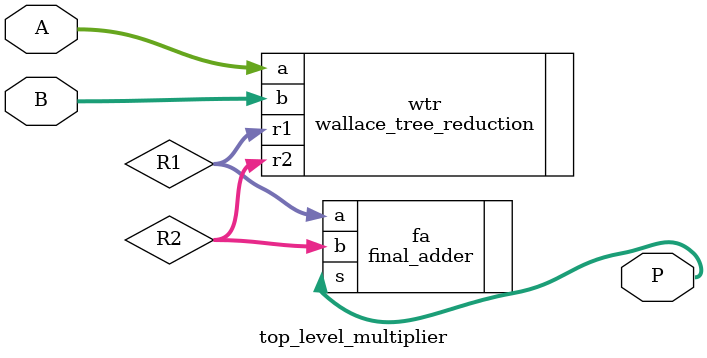
<source format=sv>
module top_level_multiplier(A, B, P);
	input logic [5:0] A, B;
	output logic [5:0] P;
	
	wire [11:0] R1, R2;
	wallace_tree_reduction wtr(.a(A), .b(B), .r1(R1), .r2(R2));
	final_adder fa(.a(R1), .b(R2), .s(P));
	
endmodule 

</source>
